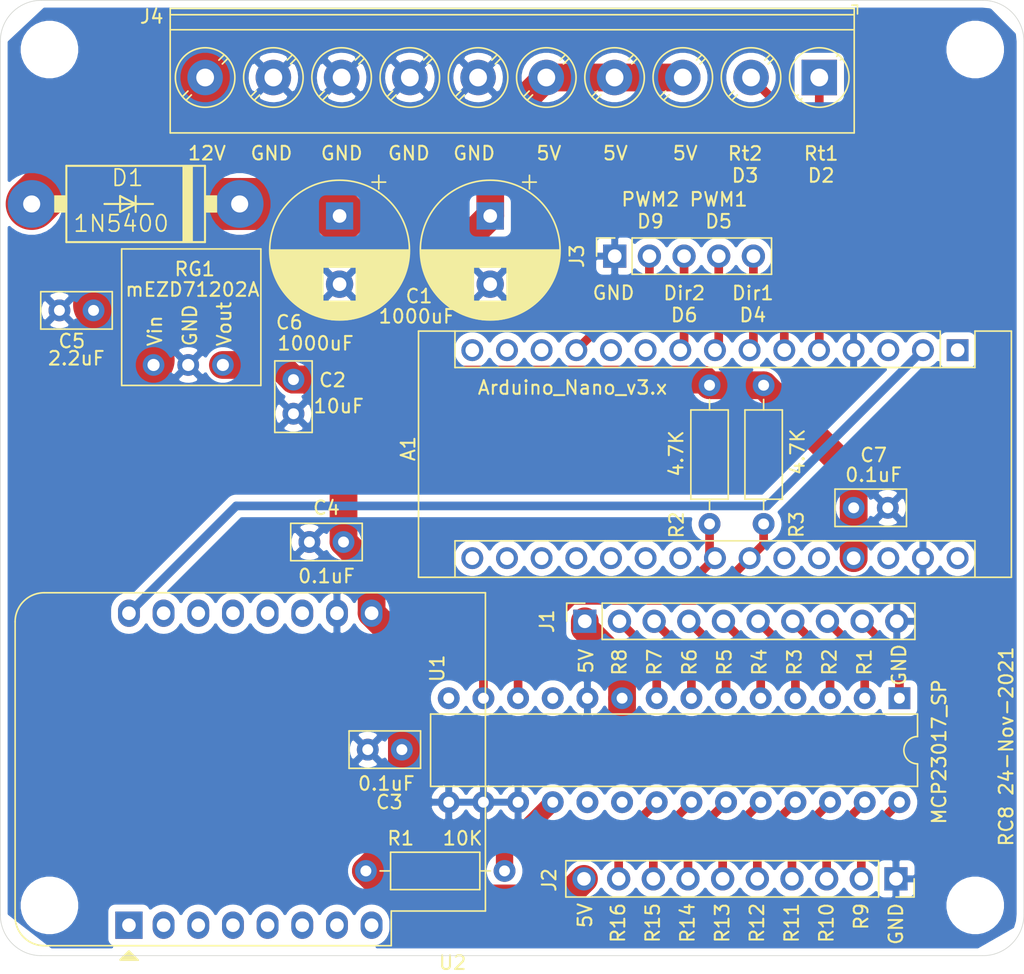
<source format=kicad_pcb>
(kicad_pcb (version 20171130) (host pcbnew "(5.1.10)-1")
  (layers (0 F.Cu signal) (31 B.Cu signal) (34 B.Paste user) (35 F.Paste user) (36 B.SilkS user) (37 F.SilkS user) (38 B.Mask user) (39 F.Mask user) (44 Edge.Cuts user))
  (net 0 "")
  (net 1 "Net-(A1-Pad16)")
  (net 2 "Net-(A1-Pad15)")
  (net 3 "Net-(A1-Pad30)")
  (net 4 "Net-(A1-Pad14)")
  (net 5 GND)
  (net 6 "Net-(A1-Pad13)")
  (net 7 "Net-(A1-Pad28)")
  (net 8 "Net-(A1-Pad12)")
  (net 9 "Net-(A1-Pad27)")
  (net 10 "Net-(A1-Pad11)")
  (net 11 "Net-(A1-Pad26)")
  (net 12 "Net-(A1-Pad10)")
  (net 13 "Net-(A1-Pad25)")
  (net 14 "Net-(A1-Pad9)")
  (net 15 "Net-(A1-Pad24)")
  (net 16 "Net-(A1-Pad8)")
  (net 17 "Net-(A1-Pad23)")
  (net 18 "Net-(A1-Pad7)")
  (net 19 "Net-(A1-Pad22)")
  (net 20 "Net-(A1-Pad6)")
  (net 21 "Net-(A1-Pad21)")
  (net 22 "Net-(A1-Pad5)")
  (net 23 "Net-(A1-Pad20)")
  (net 24 "Net-(A1-Pad19)")
  (net 25 "Net-(A1-Pad3)")
  (net 26 "Net-(A1-Pad18)")
  (net 27 "Net-(A1-Pad2)")
  (net 28 "Net-(A1-Pad17)")
  (net 29 "Net-(A1-Pad1)")
  (net 30 "Net-(J1-Pad4)")
  (net 31 "Net-(J1-Pad3)")
  (net 32 "Net-(J1-Pad2)")
  (net 33 "Net-(J2-Pad9)")
  (net 34 "Net-(J2-Pad8)")
  (net 35 "Net-(J2-Pad7)")
  (net 36 "Net-(J2-Pad6)")
  (net 37 "Net-(J2-Pad5)")
  (net 38 "Net-(J2-Pad4)")
  (net 39 "Net-(U2-Pad14)")
  (net 40 "Net-(U2-Pad11)")
  (net 41 "Net-(J2-Pad3)")
  (net 42 "Net-(J2-Pad2)")
  (net 43 "Net-(J1-Pad9)")
  (net 44 "Net-(J1-Pad8)")
  (net 45 "Net-(J1-Pad7)")
  (net 46 "Net-(J1-Pad6)")
  (net 47 "Net-(J1-Pad5)")
  (net 48 "Net-(R1-Pad2)")
  (net 49 "Net-(U1-Pad14)")
  (net 50 "Net-(U1-Pad11)")
  (net 51 "Net-(U1-Pad20)")
  (net 52 "Net-(U1-Pad19)")
  (net 53 "Net-(D1-PadA)")
  (net 54 "Net-(C5-Pad1)")
  (net 55 "Net-(U2-Pad13)")
  (net 56 "Net-(U2-Pad12)")
  (net 57 "Net-(U2-Pad8)")
  (net 58 "Net-(U2-Pad7)")
  (net 59 "Net-(U2-Pad6)")
  (net 60 "Net-(U2-Pad5)")
  (net 61 "Net-(U2-Pad4)")
  (net 62 "Net-(U2-Pad3)")
  (net 63 "Net-(U2-Pad1)")
  (net 64 "Net-(U2-Pad2)")
  (net 65 "Net-(U2-Pad15)")
  (module TerminalBlock_Phoenix:TerminalBlock_Phoenix_PT-1,5-10-5.0-H_1x10_P5.00mm_Horizontal (layer F.Cu) (at 110.00574 45.65418 180)
    (fp_text reference J4 (at 48.91532 4.46532) (layer F.SilkS))
    (fp_text value Screw_Terminal_01x10)
    (pad 10 thru_hole circle (at 45 0 180) (size 2.6 2.6) (drill 1.3) (layers *.Cu *.Mask) (net 53 "Net-(D1-PadA)"))
    (pad 9 thru_hole circle (at 40 0 180) (size 2.6 2.6) (drill 1.3) (layers *.Cu *.Mask) (net 5 GND))
    (pad 8 thru_hole circle (at 35 0 180) (size 2.6 2.6) (drill 1.3) (layers *.Cu *.Mask) (net 5 GND))
    (pad 7 thru_hole circle (at 30 0 180) (size 2.6 2.6) (drill 1.3) (layers *.Cu *.Mask) (net 5 GND))
    (pad 6 thru_hole circle (at 25 0 180) (size 2.6 2.6) (drill 1.3) (layers *.Cu *.Mask) (net 5 GND))
    (pad 5 thru_hole circle (at 20 0 180) (size 2.6 2.6) (drill 1.3) (layers *.Cu *.Mask) (net 9 "Net-(A1-Pad27)"))
    (pad 4 thru_hole circle (at 15 0 180) (size 2.6 2.6) (drill 1.3) (layers *.Cu *.Mask) (net 9 "Net-(A1-Pad27)"))
    (pad 3 thru_hole circle (at 10 0 180) (size 2.6 2.6) (drill 1.3) (layers *.Cu *.Mask) (net 9 "Net-(A1-Pad27)"))
    (pad 2 thru_hole circle (at 5 0 180) (size 2.6 2.6) (drill 1.3) (layers *.Cu *.Mask) (net 20 "Net-(A1-Pad6)"))
    (pad 1 thru_hole rect (at 0 0 180) (size 2.6 2.6) (drill 1.3) (layers *.Cu *.Mask) (net 22 "Net-(A1-Pad5)"))
  )
  (module Connector_PinSocket_2.54mm:PinSocket_1x05_P2.54mm_Vertical (layer F.Cu) (at 95.01886 58.74258 90)
    (fp_text reference J3 (at 0 -2.77 90) (layer F.SilkS))
    (fp_text value "Motor Control")
    (pad 5 thru_hole oval (at 0 10.16 90) (size 1.7 1.7) (drill 1) (layers *.Cu *.Mask) (net 18 "Net-(A1-Pad7)"))
    (pad 4 thru_hole oval (at 0 7.62 90) (size 1.7 1.7) (drill 1) (layers *.Cu *.Mask) (net 16 "Net-(A1-Pad8)"))
    (pad 3 thru_hole oval (at 0 5.08 90) (size 1.7 1.7) (drill 1) (layers *.Cu *.Mask) (net 14 "Net-(A1-Pad9)"))
    (pad 2 thru_hole oval (at 0 2.54 90) (size 1.7 1.7) (drill 1) (layers *.Cu *.Mask) (net 8 "Net-(A1-Pad12)"))
    (pad 1 thru_hole rect (at 0 0 90) (size 1.7 1.7) (drill 1) (layers *.Cu *.Mask) (net 5 GND))
  )
  (module Module:WEMOS_D1_mini_light (layer F.Cu) (at 59.4233 107.76712 90)
    (fp_text reference U2 (at -2.75336 23.71344 180) (layer F.SilkS))
    (fp_text value WeMos_D1_mini)
    (pad 16 thru_hole oval (at 22.86 0 90) (size 2 1.6) (drill 1) (layers *.Cu *.Mask) (net 27 "Net-(A1-Pad2)"))
    (pad 15 thru_hole oval (at 22.86 2.54 90) (size 2 1.6) (drill 1) (layers *.Cu *.Mask) (net 65 "Net-(U2-Pad15)"))
    (pad 14 thru_hole oval (at 22.86 5.08 90) (size 2 1.6) (drill 1) (layers *.Cu *.Mask) (net 39 "Net-(U2-Pad14)"))
    (pad 13 thru_hole oval (at 22.86 7.62 90) (size 2 1.6) (drill 1) (layers *.Cu *.Mask) (net 55 "Net-(U2-Pad13)"))
    (pad 12 thru_hole oval (at 22.86 10.16 90) (size 2 1.6) (drill 1) (layers *.Cu *.Mask) (net 56 "Net-(U2-Pad12)"))
    (pad 11 thru_hole oval (at 22.86 12.7 90) (size 2 1.6) (drill 1) (layers *.Cu *.Mask) (net 40 "Net-(U2-Pad11)"))
    (pad 10 thru_hole oval (at 22.86 15.24 90) (size 2 1.6) (drill 1) (layers *.Cu *.Mask) (net 5 GND))
    (pad 9 thru_hole oval (at 22.86 17.78 90) (size 2 1.6) (drill 1) (layers *.Cu *.Mask) (net 9 "Net-(A1-Pad27)"))
    (pad 8 thru_hole oval (at 0 17.78 90) (size 2 1.6) (drill 1) (layers *.Cu *.Mask) (net 57 "Net-(U2-Pad8)"))
    (pad 7 thru_hole oval (at 0 15.24 90) (size 2 1.6) (drill 1) (layers *.Cu *.Mask) (net 58 "Net-(U2-Pad7)"))
    (pad 6 thru_hole oval (at 0 12.7 90) (size 2 1.6) (drill 1) (layers *.Cu *.Mask) (net 59 "Net-(U2-Pad6)"))
    (pad 5 thru_hole oval (at 0 10.16 90) (size 2 1.6) (drill 1) (layers *.Cu *.Mask) (net 60 "Net-(U2-Pad5)"))
    (pad 4 thru_hole oval (at 0 7.62 90) (size 2 1.6) (drill 1) (layers *.Cu *.Mask) (net 61 "Net-(U2-Pad4)"))
    (pad 3 thru_hole oval (at 0 5.08 90) (size 2 1.6) (drill 1) (layers *.Cu *.Mask) (net 62 "Net-(U2-Pad3)"))
    (pad 1 thru_hole rect (at 0 0 90) (size 2 2) (drill 1) (layers *.Cu *.Mask) (net 63 "Net-(U2-Pad1)"))
    (pad 2 thru_hole oval (at 0 2.54 90) (size 2 1.6) (drill 1) (layers *.Cu *.Mask) (net 64 "Net-(U2-Pad2)"))
  )
  (module Capacitor_THT:C_Disc_D5.0mm_W2.5mm_P2.50mm (layer F.Cu) (at 72.64654 79.68996)
    (fp_text reference C4 (at 1.25 -2.5) (layer F.SilkS))
    (fp_text value 0.1uF (at 1.25 2.5) (layer F.SilkS))
    (pad 2 thru_hole circle (at 2.5 0) (size 1.6 1.6) (drill 0.8) (layers *.Cu *.Mask) (net 9 "Net-(A1-Pad27)"))
    (pad 1 thru_hole circle (at 0 0) (size 1.6 1.6) (drill 0.8) (layers *.Cu *.Mask) (net 5 GND))
  )
  (module AAAlibrary:MountingHole_3.2mm_M3 (layer F.Cu) (at 121.43232 106.31678)
    (fp_text reference " " hide)
    (fp_text value " ")
    (pad 1 np_thru_hole circle (at 0 0) (size 3.2 3.2) (drill 3.2) (layers *.Cu *.Mask))
  )
  (module AAAlibrary:MountingHole_3.2mm_M3 (layer F.Cu) (at 121.43232 43.60418)
    (fp_text reference " " hide)
    (fp_text value " ")
    (pad 1 np_thru_hole circle (at 0 0) (size 3.2 3.2) (drill 3.2) (layers *.Cu *.Mask))
  )
  (module AAAlibrary:MountingHole_3.2mm_M3 (layer F.Cu) (at 53.59908 43.60418)
    (fp_text reference " " hide)
    (fp_text value " ")
    (pad 1 np_thru_hole circle (at 0 0) (size 3.2 3.2) (drill 3.2) (layers *.Cu *.Mask))
  )
  (module AAAlibrary:MountingHole_3.2mm_M3 (layer F.Cu) (at 53.59908 106.31678)
    (fp_text reference " " hide)
    (fp_text value " ")
    (pad 1 np_thru_hole circle (at 0 0) (size 3.2 3.2) (drill 3.2) (layers *.Cu *.Mask))
  )
  (module Connector_PinSocket_2.54mm:PinSocket_1x10_P2.54mm_Vertical (layer F.Cu) (at 92.82588 85.49894 90)
    (fp_text reference J1 (at 0 -2.77 90) (layer F.SilkS))
    (fp_text value Conn_01x10_Female)
    (pad 10 thru_hole oval (at 0 22.86 90) (size 1.7 1.7) (drill 1) (layers *.Cu *.Mask) (net 5 GND))
    (pad 9 thru_hole oval (at 0 20.32 90) (size 1.7 1.7) (drill 1) (layers *.Cu *.Mask) (net 43 "Net-(J1-Pad9)"))
    (pad 8 thru_hole oval (at 0 17.78 90) (size 1.7 1.7) (drill 1) (layers *.Cu *.Mask) (net 44 "Net-(J1-Pad8)"))
    (pad 7 thru_hole oval (at 0 15.24 90) (size 1.7 1.7) (drill 1) (layers *.Cu *.Mask) (net 45 "Net-(J1-Pad7)"))
    (pad 6 thru_hole oval (at 0 12.7 90) (size 1.7 1.7) (drill 1) (layers *.Cu *.Mask) (net 46 "Net-(J1-Pad6)"))
    (pad 5 thru_hole oval (at 0 10.16 90) (size 1.7 1.7) (drill 1) (layers *.Cu *.Mask) (net 47 "Net-(J1-Pad5)"))
    (pad 4 thru_hole oval (at 0 7.62 90) (size 1.7 1.7) (drill 1) (layers *.Cu *.Mask) (net 30 "Net-(J1-Pad4)"))
    (pad 3 thru_hole oval (at 0 5.08 90) (size 1.7 1.7) (drill 1) (layers *.Cu *.Mask) (net 31 "Net-(J1-Pad3)"))
    (pad 2 thru_hole oval (at 0 2.54 90) (size 1.7 1.7) (drill 1) (layers *.Cu *.Mask) (net 32 "Net-(J1-Pad2)"))
    (pad 1 thru_hole rect (at 0 0 90) (size 1.7 1.7) (drill 1) (layers *.Cu *.Mask) (net 9 "Net-(A1-Pad27)"))
  )
  (module Connector_PinSocket_2.54mm:PinSocket_1x10_P2.54mm_Vertical (layer F.Cu) (at 115.62588 104.37114 270)
    (fp_text reference J2 (at 0.08382 25.41016 90) (layer F.SilkS))
    (fp_text value Conn_01x10_Female)
    (pad 10 thru_hole oval (at 0 22.86 270) (size 1.7 1.7) (drill 1) (layers *.Cu *.Mask) (net 9 "Net-(A1-Pad27)"))
    (pad 9 thru_hole oval (at 0 20.32 270) (size 1.7 1.7) (drill 1) (layers *.Cu *.Mask) (net 33 "Net-(J2-Pad9)"))
    (pad 8 thru_hole oval (at 0 17.78 270) (size 1.7 1.7) (drill 1) (layers *.Cu *.Mask) (net 34 "Net-(J2-Pad8)"))
    (pad 7 thru_hole oval (at 0 15.24 270) (size 1.7 1.7) (drill 1) (layers *.Cu *.Mask) (net 35 "Net-(J2-Pad7)"))
    (pad 6 thru_hole oval (at 0 12.7 270) (size 1.7 1.7) (drill 1) (layers *.Cu *.Mask) (net 36 "Net-(J2-Pad6)"))
    (pad 5 thru_hole oval (at 0 10.16 270) (size 1.7 1.7) (drill 1) (layers *.Cu *.Mask) (net 37 "Net-(J2-Pad5)"))
    (pad 4 thru_hole oval (at 0 7.62 270) (size 1.7 1.7) (drill 1) (layers *.Cu *.Mask) (net 38 "Net-(J2-Pad4)"))
    (pad 3 thru_hole oval (at 0 5.08 270) (size 1.7 1.7) (drill 1) (layers *.Cu *.Mask) (net 41 "Net-(J2-Pad3)"))
    (pad 2 thru_hole oval (at 0 2.54 270) (size 1.7 1.7) (drill 1) (layers *.Cu *.Mask) (net 42 "Net-(J2-Pad2)"))
    (pad 1 thru_hole rect (at 0 0 270) (size 1.7 1.7) (drill 1) (layers *.Cu *.Mask) (net 5 GND))
  )
  (module Capacitor_THT:CP_Radial_D10.0mm_P5.00mm (layer F.Cu) (at 85.89518 55.79872 270)
    (fp_text reference C1 (at 5.87756 5.21716 180) (layer F.SilkS))
    (fp_text value 1000uF (at 7.36092 5.38226 180) (layer F.SilkS))
    (pad 2 thru_hole circle (at 5 0 270) (size 2 2) (drill 1) (layers *.Cu *.Mask) (net 5 GND))
    (pad 1 thru_hole rect (at 0 0 270) (size 2 2) (drill 1) (layers *.Cu *.Mask) (net 9 "Net-(A1-Pad27)"))
  )
  (module Package_DIP:DIP-28_W7.62mm (layer F.Cu) (at 115.87588 91.13504 270)
    (fp_text reference U1 (at -2.1844 33.8582 90) (layer F.SilkS))
    (fp_text value MCP23017_SP (at 3.92446 -2.91738 270) (layer F.SilkS))
    (pad 28 thru_hole oval (at 7.62 0 270) (size 1.6 1.6) (drill 0.8) (layers *.Cu *.Mask) (net 42 "Net-(J2-Pad2)"))
    (pad 14 thru_hole oval (at 0 33.02 270) (size 1.6 1.6) (drill 0.8) (layers *.Cu *.Mask) (net 49 "Net-(U1-Pad14)"))
    (pad 27 thru_hole oval (at 7.62 2.54 270) (size 1.6 1.6) (drill 0.8) (layers *.Cu *.Mask) (net 41 "Net-(J2-Pad3)"))
    (pad 13 thru_hole oval (at 0 30.48 270) (size 1.6 1.6) (drill 0.8) (layers *.Cu *.Mask) (net 17 "Net-(A1-Pad23)"))
    (pad 26 thru_hole oval (at 7.62 5.08 270) (size 1.6 1.6) (drill 0.8) (layers *.Cu *.Mask) (net 38 "Net-(J2-Pad4)"))
    (pad 12 thru_hole oval (at 0 27.94 270) (size 1.6 1.6) (drill 0.8) (layers *.Cu *.Mask) (net 15 "Net-(A1-Pad24)"))
    (pad 25 thru_hole oval (at 7.62 7.62 270) (size 1.6 1.6) (drill 0.8) (layers *.Cu *.Mask) (net 37 "Net-(J2-Pad5)"))
    (pad 11 thru_hole oval (at 0 25.4 270) (size 1.6 1.6) (drill 0.8) (layers *.Cu *.Mask) (net 50 "Net-(U1-Pad11)"))
    (pad 24 thru_hole oval (at 7.62 10.16 270) (size 1.6 1.6) (drill 0.8) (layers *.Cu *.Mask) (net 36 "Net-(J2-Pad6)"))
    (pad 10 thru_hole oval (at 0 22.86 270) (size 1.6 1.6) (drill 0.8) (layers *.Cu *.Mask) (net 5 GND))
    (pad 23 thru_hole oval (at 7.62 12.7 270) (size 1.6 1.6) (drill 0.8) (layers *.Cu *.Mask) (net 35 "Net-(J2-Pad7)"))
    (pad 9 thru_hole oval (at 0 20.32 270) (size 1.6 1.6) (drill 0.8) (layers *.Cu *.Mask) (net 9 "Net-(A1-Pad27)"))
    (pad 22 thru_hole oval (at 7.62 15.24 270) (size 1.6 1.6) (drill 0.8) (layers *.Cu *.Mask) (net 34 "Net-(J2-Pad8)"))
    (pad 8 thru_hole oval (at 0 17.78 270) (size 1.6 1.6) (drill 0.8) (layers *.Cu *.Mask) (net 32 "Net-(J1-Pad2)"))
    (pad 21 thru_hole oval (at 7.62 17.78 270) (size 1.6 1.6) (drill 0.8) (layers *.Cu *.Mask) (net 33 "Net-(J2-Pad9)"))
    (pad 7 thru_hole oval (at 0 15.24 270) (size 1.6 1.6) (drill 0.8) (layers *.Cu *.Mask) (net 31 "Net-(J1-Pad3)"))
    (pad 20 thru_hole oval (at 7.62 20.32 270) (size 1.6 1.6) (drill 0.8) (layers *.Cu *.Mask) (net 51 "Net-(U1-Pad20)"))
    (pad 6 thru_hole oval (at 0 12.7 270) (size 1.6 1.6) (drill 0.8) (layers *.Cu *.Mask) (net 30 "Net-(J1-Pad4)"))
    (pad 19 thru_hole oval (at 7.62 22.86 270) (size 1.6 1.6) (drill 0.8) (layers *.Cu *.Mask) (net 52 "Net-(U1-Pad19)"))
    (pad 5 thru_hole oval (at 0 10.16 270) (size 1.6 1.6) (drill 0.8) (layers *.Cu *.Mask) (net 47 "Net-(J1-Pad5)"))
    (pad 18 thru_hole oval (at 7.62 25.4 270) (size 1.6 1.6) (drill 0.8) (layers *.Cu *.Mask) (net 48 "Net-(R1-Pad2)"))
    (pad 4 thru_hole oval (at 0 7.62 270) (size 1.6 1.6) (drill 0.8) (layers *.Cu *.Mask) (net 46 "Net-(J1-Pad6)"))
    (pad 17 thru_hole oval (at 7.62 27.94 270) (size 1.6 1.6) (drill 0.8) (layers *.Cu *.Mask) (net 5 GND))
    (pad 3 thru_hole oval (at 0 5.08 270) (size 1.6 1.6) (drill 0.8) (layers *.Cu *.Mask) (net 45 "Net-(J1-Pad7)"))
    (pad 16 thru_hole oval (at 7.62 30.48 270) (size 1.6 1.6) (drill 0.8) (layers *.Cu *.Mask) (net 5 GND))
    (pad 2 thru_hole oval (at 0 2.54 270) (size 1.6 1.6) (drill 0.8) (layers *.Cu *.Mask) (net 44 "Net-(J1-Pad8)"))
    (pad 15 thru_hole oval (at 7.62 33.02 270) (size 1.6 1.6) (drill 0.8) (layers *.Cu *.Mask) (net 5 GND))
    (pad 1 thru_hole rect (at 0 0 270) (size 1.6 1.6) (drill 0.8) (layers *.Cu *.Mask) (net 43 "Net-(J1-Pad9)"))
  )
  (module aFootPrints:mEZD71202A (layer F.Cu) (at 58.8899 58.2168)
    (fp_text reference RG1 (at 5.35432 1.47828) (layer F.SilkS))
    (fp_text value mEZD71202A (at 5.18668 2.97688) (layer F.SilkS))
    (fp_text user Vin (at 2.4384 6 90) (layer F.SilkS))
    (fp_text user GND (at 5.0038 5.595238 90) (layer F.SilkS))
    (fp_text user Vout (at 7.5184 5.5 90) (layer F.SilkS))
    (pad 3 thru_hole circle (at 7.4168 8.5 90) (size 1.59 1.59) (drill 0.89) (layers *.Cu *.Mask) (net 9 "Net-(A1-Pad27)"))
    (pad 2 thru_hole circle (at 4.8768 8.5 90) (size 1.59 1.59) (drill 0.89) (layers *.Cu *.Mask) (net 5 GND))
    (pad 1 thru_hole circle (at 2.3368 8.5 90) (size 1.59 1.59) (drill 0.89) (layers *.Cu *.Mask) (net 54 "Net-(C5-Pad1)"))
  )
  (module Resistor_THT:R_Axial_DIN0207_L6.3mm_D2.5mm_P10.16mm_Horizontal (layer F.Cu) (at 101.96576 68.20408 270)
    (fp_text reference R2 (at 10.2362 2.413 90) (layer F.SilkS))
    (fp_text value 4.7K (at 5.0038 2.4384 90) (layer F.SilkS))
    (pad 2 thru_hole oval (at 10.16 0 270) (size 1.6 1.6) (drill 0.8) (layers *.Cu *.Mask) (net 17 "Net-(A1-Pad23)"))
    (pad 1 thru_hole circle (at 0 0 270) (size 1.6 1.6) (drill 0.8) (layers *.Cu *.Mask) (net 9 "Net-(A1-Pad27)"))
  )
  (module Resistor_THT:R_Axial_DIN0207_L6.3mm_D2.5mm_P10.16mm_Horizontal (layer F.Cu) (at 105.92816 68.20408 270)
    (fp_text reference R3 (at 10.2108 -2.413 90) (layer F.SilkS))
    (fp_text value 4.7K (at 4.8768 -2.4892 90) (layer F.SilkS))
    (pad 2 thru_hole oval (at 10.16 0 270) (size 1.6 1.6) (drill 0.8) (layers *.Cu *.Mask) (net 15 "Net-(A1-Pad24)"))
    (pad 1 thru_hole circle (at 0 0 270) (size 1.6 1.6) (drill 0.8) (layers *.Cu *.Mask) (net 9 "Net-(A1-Pad27)"))
  )
  (module Resistor_THT:R_Axial_DIN0207_L6.3mm_D2.5mm_P10.16mm_Horizontal (layer F.Cu) (at 76.7842 103.78948)
    (fp_text reference R1 (at 2.5527 -2.38506) (layer F.SilkS))
    (fp_text value 10K (at 7.09422 -2.38506) (layer F.SilkS))
    (pad 1 thru_hole circle (at 0 0) (size 1.6 1.6) (drill 0.8) (layers *.Cu *.Mask) (net 9 "Net-(A1-Pad27)"))
    (pad 2 thru_hole oval (at 10.16 0) (size 1.6 1.6) (drill 0.8) (layers *.Cu *.Mask) (net 48 "Net-(R1-Pad2)"))
  )
  (module aFootPrints:1N5400 (layer F.Cu) (at 59.91606 54.91988 180)
    (fp_text reference D1 (at -0.65786 1.20904) (layer F.SilkS) (effects (font (size 1.2065 1.2065) (thickness 0.127)) (justify right bottom)))
    (fp_text value 1N5400 (at -2.52476 -2.14376) (layer F.SilkS) (effects (font (size 1.2065 1.2065) (thickness 0.127)) (justify right bottom)))
    (pad C thru_hole circle (at -7.62 0 180) (size 3.5 3.5) (drill 1.25) (layers *.Cu *.Mask) (net 54 "Net-(C5-Pad1)"))
    (pad A thru_hole circle (at 7.62 0 180) (size 3.5 3.5) (drill 1.25) (layers *.Cu *.Mask) (net 53 "Net-(D1-PadA)"))
  )
  (module Capacitor_THT:C_Disc_D5.0mm_W2.5mm_P2.50mm (layer F.Cu) (at 115.02644 77.18298 180)
    (fp_text reference C7 (at 1.0414 3.8608) (layer F.SilkS))
    (fp_text value 0.1uF (at 1.0414 2.413) (layer F.SilkS))
    (pad 2 thru_hole circle (at 2.5 0 180) (size 1.6 1.6) (drill 0.8) (layers *.Cu *.Mask) (net 9 "Net-(A1-Pad27)"))
    (pad 1 thru_hole circle (at 0 0 180) (size 1.6 1.6) (drill 0.8) (layers *.Cu *.Mask) (net 5 GND))
  )
  (module Capacitor_THT:CP_Radial_D10.0mm_P5.00mm (layer F.Cu) (at 74.85634 55.79872 270)
    (fp_text reference C6 (at 7.80034 3.68046 180) (layer F.SilkS))
    (fp_text value 1000uF (at 9.33958 1.75768 180) (layer F.SilkS))
    (pad 2 thru_hole circle (at 5 0 270) (size 2 2) (drill 1) (layers *.Cu *.Mask) (net 5 GND))
    (pad 1 thru_hole rect (at 0 0 270) (size 2 2) (drill 1) (layers *.Cu *.Mask) (net 54 "Net-(C5-Pad1)"))
  )
  (module Capacitor_THT:C_Disc_D5.0mm_W2.5mm_P2.50mm (layer F.Cu) (at 56.82996 62.71768 180)
    (fp_text reference C5 (at 1.59258 -2.25298) (layer F.SilkS))
    (fp_text value 2.2uF (at 1.26492 -3.51536) (layer F.SilkS))
    (pad 2 thru_hole circle (at 2.5 0 180) (size 1.6 1.6) (drill 0.8) (layers *.Cu *.Mask) (net 5 GND))
    (pad 1 thru_hole circle (at 0 0 180) (size 1.6 1.6) (drill 0.8) (layers *.Cu *.Mask) (net 54 "Net-(C5-Pad1)"))
  )
  (module Capacitor_THT:C_Disc_D5.0mm_W2.5mm_P2.50mm (layer F.Cu) (at 76.92136 94.90202)
    (fp_text reference C3 (at 1.58496 3.8481) (layer F.SilkS))
    (fp_text value 0.1uF (at 1.3589 2.4892) (layer F.SilkS))
    (pad 2 thru_hole circle (at 2.5 0) (size 1.6 1.6) (drill 0.8) (layers *.Cu *.Mask) (net 9 "Net-(A1-Pad27)"))
    (pad 1 thru_hole circle (at 0 0) (size 1.6 1.6) (drill 0.8) (layers *.Cu *.Mask) (net 5 GND))
  )
  (module Capacitor_THT:C_Disc_D5.0mm_W2.5mm_P2.50mm (layer F.Cu) (at 71.47814 67.79006 270)
    (fp_text reference C2 (at 0.0381 -2.86004 180) (layer F.SilkS))
    (fp_text value 10uF (at 1.94564 -3.31724 180) (layer F.SilkS))
    (pad 2 thru_hole circle (at 2.5 0 270) (size 1.6 1.6) (drill 0.8) (layers *.Cu *.Mask) (net 5 GND))
    (pad 1 thru_hole circle (at 0 0 270) (size 1.6 1.6) (drill 0.8) (layers *.Cu *.Mask) (net 9 "Net-(A1-Pad27)"))
  )
  (module Module:Arduino_Nano (layer F.Cu) (at 120.142 65.6336 270)
    (fp_text reference A1 (at 7.2136 40.259 90) (layer F.SilkS))
    (fp_text value Arduino_Nano_v3.x (at 2.7432 28.2194) (layer F.SilkS))
    (pad 16 thru_hole oval (at 15.24 35.56 270) (size 1.6 1.6) (drill 1) (layers *.Cu *.Mask) (net 1 "Net-(A1-Pad16)"))
    (pad 15 thru_hole oval (at 0 35.56 270) (size 1.6 1.6) (drill 1) (layers *.Cu *.Mask) (net 2 "Net-(A1-Pad15)"))
    (pad 30 thru_hole oval (at 15.24 0 270) (size 1.6 1.6) (drill 1) (layers *.Cu *.Mask) (net 3 "Net-(A1-Pad30)"))
    (pad 14 thru_hole oval (at 0 33.02 270) (size 1.6 1.6) (drill 1) (layers *.Cu *.Mask) (net 4 "Net-(A1-Pad14)"))
    (pad 29 thru_hole oval (at 15.24 2.54 270) (size 1.6 1.6) (drill 1) (layers *.Cu *.Mask) (net 5 GND))
    (pad 13 thru_hole oval (at 0 30.48 270) (size 1.6 1.6) (drill 1) (layers *.Cu *.Mask) (net 6 "Net-(A1-Pad13)"))
    (pad 28 thru_hole oval (at 15.24 5.08 270) (size 1.6 1.6) (drill 1) (layers *.Cu *.Mask) (net 7 "Net-(A1-Pad28)"))
    (pad 12 thru_hole oval (at 0 27.94 270) (size 1.6 1.6) (drill 1) (layers *.Cu *.Mask) (net 8 "Net-(A1-Pad12)"))
    (pad 27 thru_hole oval (at 15.24 7.62 270) (size 1.6 1.6) (drill 1) (layers *.Cu *.Mask) (net 9 "Net-(A1-Pad27)"))
    (pad 11 thru_hole oval (at 0 25.4 270) (size 1.6 1.6) (drill 1) (layers *.Cu *.Mask) (net 10 "Net-(A1-Pad11)"))
    (pad 26 thru_hole oval (at 15.24 10.16 270) (size 1.6 1.6) (drill 1) (layers *.Cu *.Mask) (net 11 "Net-(A1-Pad26)"))
    (pad 10 thru_hole oval (at 0 22.86 270) (size 1.6 1.6) (drill 1) (layers *.Cu *.Mask) (net 12 "Net-(A1-Pad10)"))
    (pad 25 thru_hole oval (at 15.24 12.7 270) (size 1.6 1.6) (drill 1) (layers *.Cu *.Mask) (net 13 "Net-(A1-Pad25)"))
    (pad 9 thru_hole oval (at 0 20.32 270) (size 1.6 1.6) (drill 1) (layers *.Cu *.Mask) (net 14 "Net-(A1-Pad9)"))
    (pad 24 thru_hole oval (at 15.24 15.24 270) (size 1.6 1.6) (drill 1) (layers *.Cu *.Mask) (net 15 "Net-(A1-Pad24)"))
    (pad 8 thru_hole oval (at 0 17.78 270) (size 1.6 1.6) (drill 1) (layers *.Cu *.Mask) (net 16 "Net-(A1-Pad8)"))
    (pad 23 thru_hole oval (at 15.24 17.78 270) (size 1.6 1.6) (drill 1) (layers *.Cu *.Mask) (net 17 "Net-(A1-Pad23)"))
    (pad 7 thru_hole oval (at 0 15.24 270) (size 1.6 1.6) (drill 1) (layers *.Cu *.Mask) (net 18 "Net-(A1-Pad7)"))
    (pad 22 thru_hole oval (at 15.24 20.32 270) (size 1.6 1.6) (drill 1) (layers *.Cu *.Mask) (net 19 "Net-(A1-Pad22)"))
    (pad 6 thru_hole oval (at 0 12.7 270) (size 1.6 1.6) (drill 1) (layers *.Cu *.Mask) (net 20 "Net-(A1-Pad6)"))
    (pad 21 thru_hole oval (at 15.24 22.86 270) (size 1.6 1.6) (drill 1) (layers *.Cu *.Mask) (net 21 "Net-(A1-Pad21)"))
    (pad 5 thru_hole oval (at 0 10.16 270) (size 1.6 1.6) (drill 1) (layers *.Cu *.Mask) (net 22 "Net-(A1-Pad5)"))
    (pad 20 thru_hole oval (at 15.24 25.4 270) (size 1.6 1.6) (drill 1) (layers *.Cu *.Mask) (net 23 "Net-(A1-Pad20)"))
    (pad 4 thru_hole oval (at 0 7.62 270) (size 1.6 1.6) (drill 1) (layers *.Cu *.Mask) (net 5 GND))
    (pad 19 thru_hole oval (at 15.24 27.94 270) (size 1.6 1.6) (drill 1) (layers *.Cu *.Mask) (net 24 "Net-(A1-Pad19)"))
    (pad 3 thru_hole oval (at 0 5.08 270) (size 1.6 1.6) (drill 1) (layers *.Cu *.Mask) (net 25 "Net-(A1-Pad3)"))
    (pad 18 thru_hole oval (at 15.24 30.48 270) (size 1.6 1.6) (drill 1) (layers *.Cu *.Mask) (net 26 "Net-(A1-Pad18)"))
    (pad 2 thru_hole oval (at 0 2.54 270) (size 1.6 1.6) (drill 1) (layers *.Cu *.Mask) (net 27 "Net-(A1-Pad2)"))
    (pad 17 thru_hole oval (at 15.24 33.02 270) (size 1.6 1.6) (drill 1) (layers *.Cu *.Mask) (net 28 "Net-(A1-Pad17)"))
    (pad 1 thru_hole rect (at 0 0 270) (size 1.6 1.6) (drill 1) (layers *.Cu *.Mask) (net 29 "Net-(A1-Pad1)"))
  )
  (gr_text GND (at 94.92996 61.43294) (layer F.SilkS) (effects (font (size 1 1))))
  (gr_text 12V (at 65.1383 51.2064) (layer F.SilkS) (effects (font (size 1 1))))
  (gr_text GND (at 69.86524 51.2064) (layer F.SilkS) (effects (font (size 1 1))))
  (gr_text GND (at 75.01636 51.2064) (layer F.SilkS) (effects (font (size 1 1))))
  (gr_text GND (at 79.93634 51.2064) (layer F.SilkS) (effects (font (size 1 1))))
  (gr_text GND (at 84.71662 51.2064) (layer F.SilkS) (effects (font (size 1 1))))
  (gr_text 5V (at 100.18268 51.2064) (layer F.SilkS) (effects (font (size 1 1))))
  (gr_text 5V (at 95.06458 51.2064) (layer F.SilkS) (effects (font (size 1 1))))
  (gr_text 5V (at 90.19286 51.2064) (layer F.SilkS) (effects (font (size 1 1))))
  (gr_text "PWM2\nD9" (at 97.63252 55.39232) (layer F.SilkS) (effects (font (size 1 1))))
  (gr_text "Dir2\nD6" (at 100.11156 62.25794) (layer F.SilkS) (effects (font (size 1 1))))
  (gr_text "PWM1\nD5" (at 102.6287 55.39232) (layer F.SilkS) (effects (font (size 1 1))))
  (gr_text "Dir1\nD4" (at 105.13568 62.25794) (layer F.SilkS) (effects (font (size 1 1))))
  (gr_text "Rt2\nD3" (at 104.5718 52.0314) (layer F.SilkS) (effects (font (size 1 1))))
  (gr_text "Rt1\nD2" (at 110.14202 52.0314) (layer F.SilkS) (effects (font (size 1 1))))
  (gr_text GND (at 115.85194 88.69934 90) (layer F.SilkS) (effects (font (size 1 1))))
  (gr_text 5V (at 92.9259 88.417091 90) (layer F.SilkS) (effects (font (size 1 1))))
  (gr_text R8 (at 95.36684 88.48852 90) (layer F.SilkS) (effects (font (size 1 1))))
  (gr_text R7 (at 97.931514 88.48852 90) (layer F.SilkS) (effects (font (size 1 1))))
  (gr_text R6 (at 100.496188 88.48852 90) (layer F.SilkS) (effects (font (size 1 1))))
  (gr_text R5 (at 103.060862 88.48852 90) (layer F.SilkS) (effects (font (size 1 1))))
  (gr_text R4 (at 105.625536 88.48852 90) (layer F.SilkS) (effects (font (size 1 1))))
  (gr_text R3 (at 108.19021 88.48852 90) (layer F.SilkS) (effects (font (size 1 1))))
  (gr_text R2 (at 110.754884 88.48852 90) (layer F.SilkS) (effects (font (size 1 1))))
  (gr_text R1 (at 113.31956 88.48852 90) (layer F.SilkS) (effects (font (size 1 1))))
  (gr_text R15 (at 97.806368 107.601712 90) (layer F.SilkS) (effects (font (size 1 1))))
  (gr_text R16 (at 95.260724 107.601712 90) (layer F.SilkS) (effects (font (size 1 1))))
  (gr_text R13 (at 102.897656 107.601712 90) (layer F.SilkS) (effects (font (size 1 1))))
  (gr_text R12 (at 105.4433 107.601712 90) (layer F.SilkS) (effects (font (size 1 1))))
  (gr_text R9 (at 113.080232 107.125522 90) (layer F.SilkS) (effects (font (size 1 1))))
  (gr_text R11 (at 107.988944 107.601712 90) (layer F.SilkS) (effects (font (size 1 1))))
  (gr_text R14 (at 100.352012 107.601712 90) (layer F.SilkS) (effects (font (size 1 1))))
  (gr_text R10 (at 110.534588 107.601712 90) (layer F.SilkS) (effects (font (size 1 1))))
  (gr_text GND (at 115.62334 107.673141 90) (layer F.SilkS) (effects (font (size 1 1))))
  (gr_text 5V (at 92.84462 107.054093 90) (layer F.SilkS) (effects (font (size 1 1))))
  (gr_text "RC8 24-Nov-2021" (at 123.70562 94.67088 90) (layer F.SilkS) (effects (font (size 1 1))))
  (gr_arc (start 122 43) (end 122 40) (angle 90) (layer Edge.Cuts) (width 0.05))
  (gr_line (start 125 43) (end 125 107) (layer Edge.Cuts) (width 0.05))
  (gr_arc (start 122 107) (end 125 107) (angle 90) (layer Edge.Cuts) (width 0.05))
  (gr_arc (start 53 107) (end 53 110) (angle 90) (layer Edge.Cuts) (width 0.05))
  (gr_line (start 53 110) (end 122 110) (layer Edge.Cuts) (width 0.05))
  (gr_arc (start 53 43) (end 50 43) (angle 90) (layer Edge.Cuts) (width 0.05))
  (gr_line (start 50 43) (end 50 107) (layer Edge.Cuts) (width 0.05))
  (gr_line (start 53 40) (end 122 40) (layer Edge.Cuts) (width 0.05))
  (segment (start 97.55886 60.27674) (end 92.202 65.6336) (width 0.635) (layer F.Cu) (net 8))
  (segment (start 97.55886 58.74258) (end 97.55886 60.27674) (width 0.635) (layer F.Cu) (net 8))
  (segment (start 112.52644 80.86916) (end 112.522 80.8736) (width 2.032) (layer F.Cu) (net 9))
  (segment (start 112.52644 77.18298) (end 112.52644 80.86916) (width 2.032) (layer F.Cu) (net 9))
  (segment (start 112.52644 74.80236) (end 105.92816 68.20408) (width 2.032) (layer F.Cu) (net 9))
  (segment (start 112.52644 77.18298) (end 112.52644 74.80236) (width 2.032) (layer F.Cu) (net 9))
  (segment (start 105.92816 68.20408) (end 101.96576 68.20408) (width 2.032) (layer F.Cu) (net 9))
  (segment (start 77.2033 81.74672) (end 77.2033 84.90712) (width 2.032) (layer F.Cu) (net 9))
  (segment (start 75.14654 79.68996) (end 77.2033 81.74672) (width 2.032) (layer F.Cu) (net 9))
  (segment (start 85.89518 49.76474) (end 90.00574 45.65418) (width 2.032) (layer F.Cu) (net 9))
  (segment (start 85.89518 55.79872) (end 85.89518 49.76474) (width 2.032) (layer F.Cu) (net 9))
  (segment (start 90.00574 45.65418) (end 95.00574 45.65418) (width 2.032) (layer F.Cu) (net 9))
  (segment (start 95.00574 45.65418) (end 100.00574 45.65418) (width 2.032) (layer F.Cu) (net 9))
  (segment (start 95.55588 88.746622) (end 92.82588 86.016622) (width 2.032) (layer F.Cu) (net 9))
  (segment (start 92.82588 86.016622) (end 92.82588 85.49894) (width 2.032) (layer F.Cu) (net 9))
  (segment (start 95.55588 91.13504) (end 95.55588 88.746622) (width 2.032) (layer F.Cu) (net 9))
  (segment (start 70.40488 66.7168) (end 71.47814 67.79006) (width 2.032) (layer F.Cu) (net 9))
  (segment (start 66.3067 66.7168) (end 70.40488 66.7168) (width 2.032) (layer F.Cu) (net 9))
  (segment (start 73.90384 67.79006) (end 85.89518 55.79872) (width 2.032) (layer F.Cu) (net 9))
  (segment (start 71.47814 67.79006) (end 73.90384 67.79006) (width 2.032) (layer F.Cu) (net 9))
  (segment (start 101.55174 67.79006) (end 101.96576 68.20408) (width 2.032) (layer F.Cu) (net 9))
  (segment (start 71.47814 67.79006) (end 101.55174 67.79006) (width 2.032) (layer F.Cu) (net 9))
  (segment (start 72.60951 67.79006) (end 71.47814 67.79006) (width 2.032) (layer F.Cu) (net 9))
  (segment (start 75.14654 70.32709) (end 72.60951 67.79006) (width 2.032) (layer F.Cu) (net 9))
  (segment (start 75.14654 79.68996) (end 75.14654 70.32709) (width 2.032) (layer F.Cu) (net 9))
  (segment (start 78.800201 105.805481) (end 91.331539 105.805481) (width 2.032) (layer F.Cu) (net 9))
  (segment (start 76.7842 103.78948) (end 78.800201 105.805481) (width 2.032) (layer F.Cu) (net 9))
  (segment (start 91.331539 105.805481) (end 92.76588 104.37114) (width 2.032) (layer F.Cu) (net 9))
  (segment (start 79.42136 94.90202) (end 79.42136 101.15232) (width 2.032) (layer F.Cu) (net 9))
  (segment (start 79.42136 101.15232) (end 76.7842 103.78948) (width 2.032) (layer F.Cu) (net 9))
  (segment (start 77.2033 84.90712) (end 79.42136 87.12518) (width 2.032) (layer F.Cu) (net 9))
  (segment (start 79.42136 87.12518) (end 79.42136 94.90202) (width 2.032) (layer F.Cu) (net 9))
  (segment (start 95.55588 91.13504) (end 95.55588 94.15418) (width 2.032) (layer F.Cu) (net 9))
  (segment (start 95.55588 94.15418) (end 94.80804 94.90202) (width 2.032) (layer F.Cu) (net 9))
  (segment (start 79.42136 94.90202) (end 94.80804 94.90202) (width 2.032) (layer F.Cu) (net 9))
  (segment (start 100.09886 65.35674) (end 99.822 65.6336) (width 0.635) (layer F.Cu) (net 14))
  (segment (start 100.09886 58.74258) (end 100.09886 65.35674) (width 0.635) (layer F.Cu) (net 14))
  (segment (start 105.92816 79.84744) (end 104.902 80.8736) (width 0.635) (layer F.Cu) (net 15))
  (segment (start 105.92816 78.36408) (end 105.92816 79.84744) (width 0.635) (layer F.Cu) (net 15))
  (segment (start 101.810171 83.965429) (end 91.924273 83.965429) (width 0.635) (layer F.Cu) (net 15))
  (segment (start 87.93588 87.953822) (end 87.93588 91.13504) (width 0.635) (layer F.Cu) (net 15))
  (segment (start 91.924273 83.965429) (end 87.93588 87.953822) (width 0.635) (layer F.Cu) (net 15))
  (segment (start 104.902 80.8736) (end 101.810171 83.965429) (width 0.635) (layer F.Cu) (net 15))
  (segment (start 102.63886 65.35674) (end 102.362 65.6336) (width 0.635) (layer F.Cu) (net 16))
  (segment (start 102.63886 58.74258) (end 102.63886 65.35674) (width 0.635) (layer F.Cu) (net 16))
  (segment (start 101.96576 80.47736) (end 102.362 80.8736) (width 0.635) (layer F.Cu) (net 17))
  (segment (start 101.96576 78.36408) (end 101.96576 80.47736) (width 0.635) (layer F.Cu) (net 17))
  (segment (start 85.39588 89.116555) (end 85.39588 91.13504) (width 0.635) (layer F.Cu) (net 17))
  (segment (start 102.362 80.8736) (end 100.105182 83.130418) (width 0.635) (layer F.Cu) (net 17))
  (segment (start 91.382017 83.130418) (end 85.39588 89.116555) (width 0.635) (layer F.Cu) (net 17))
  (segment (start 100.105182 83.130418) (end 91.382017 83.130418) (width 0.635) (layer F.Cu) (net 17))
  (segment (start 105.17886 65.35674) (end 104.902 65.6336) (width 0.635) (layer F.Cu) (net 18))
  (segment (start 105.17886 58.74258) (end 105.17886 65.35674) (width 0.635) (layer F.Cu) (net 18))
  (segment (start 107.442 48.09044) (end 105.00574 45.65418) (width 0.635) (layer F.Cu) (net 20))
  (segment (start 107.442 65.6336) (end 107.442 48.09044) (width 0.635) (layer F.Cu) (net 20))
  (segment (start 110.00574 65.60986) (end 109.982 65.6336) (width 0.635) (layer F.Cu) (net 22))
  (segment (start 110.00574 45.65418) (end 110.00574 65.60986) (width 0.635) (layer F.Cu) (net 22))
  (segment (start 67.283841 77.046579) (end 106.189021 77.046579) (width 0.635) (layer B.Cu) (net 27))
  (segment (start 106.189021 77.046579) (end 117.602 65.6336) (width 0.635) (layer B.Cu) (net 27))
  (segment (start 59.4233 84.90712) (end 67.283841 77.046579) (width 0.635) (layer B.Cu) (net 27))
  (segment (start 103.17588 88.22894) (end 100.44588 85.49894) (width 0.635) (layer F.Cu) (net 30))
  (segment (start 103.17588 91.13504) (end 103.17588 88.22894) (width 0.635) (layer F.Cu) (net 30))
  (segment (start 100.63588 88.22894) (end 97.90588 85.49894) (width 0.635) (layer F.Cu) (net 31))
  (segment (start 100.63588 91.13504) (end 100.63588 88.22894) (width 0.635) (layer F.Cu) (net 31))
  (segment (start 98.09588 88.22894) (end 95.36588 85.49894) (width 0.635) (layer F.Cu) (net 32))
  (segment (start 98.09588 91.13504) (end 98.09588 88.22894) (width 0.635) (layer F.Cu) (net 32))
  (segment (start 95.30588 101.54504) (end 98.09588 98.75504) (width 0.635) (layer F.Cu) (net 33))
  (segment (start 95.30588 104.37114) (end 95.30588 101.54504) (width 0.635) (layer F.Cu) (net 33))
  (segment (start 97.84588 101.54504) (end 100.63588 98.75504) (width 0.635) (layer F.Cu) (net 34))
  (segment (start 97.84588 104.37114) (end 97.84588 101.54504) (width 0.635) (layer F.Cu) (net 34))
  (segment (start 100.38588 101.54504) (end 103.17588 98.75504) (width 0.635) (layer F.Cu) (net 35))
  (segment (start 100.38588 104.37114) (end 100.38588 101.54504) (width 0.635) (layer F.Cu) (net 35))
  (segment (start 102.92588 101.54504) (end 105.71588 98.75504) (width 0.635) (layer F.Cu) (net 36))
  (segment (start 102.92588 104.37114) (end 102.92588 101.54504) (width 0.635) (layer F.Cu) (net 36))
  (segment (start 105.46588 101.54504) (end 108.25588 98.75504) (width 0.635) (layer F.Cu) (net 37))
  (segment (start 105.46588 104.37114) (end 105.46588 101.54504) (width 0.635) (layer F.Cu) (net 37))
  (segment (start 108.00588 101.54504) (end 110.79588 98.75504) (width 0.635) (layer F.Cu) (net 38))
  (segment (start 108.00588 104.37114) (end 108.00588 101.54504) (width 0.635) (layer F.Cu) (net 38))
  (segment (start 110.54588 101.54504) (end 113.33588 98.75504) (width 0.635) (layer F.Cu) (net 41))
  (segment (start 110.54588 104.37114) (end 110.54588 101.54504) (width 0.635) (layer F.Cu) (net 41))
  (segment (start 113.08588 101.54504) (end 115.87588 98.75504) (width 0.635) (layer F.Cu) (net 42))
  (segment (start 113.08588 104.37114) (end 113.08588 101.54504) (width 0.635) (layer F.Cu) (net 42))
  (segment (start 115.87588 88.22894) (end 113.14588 85.49894) (width 0.635) (layer F.Cu) (net 43))
  (segment (start 115.87588 91.13504) (end 115.87588 88.22894) (width 0.635) (layer F.Cu) (net 43))
  (segment (start 113.33588 88.22894) (end 110.60588 85.49894) (width 0.635) (layer F.Cu) (net 44))
  (segment (start 113.33588 91.13504) (end 113.33588 88.22894) (width 0.635) (layer F.Cu) (net 44))
  (segment (start 110.79588 88.22894) (end 108.06588 85.49894) (width 0.635) (layer F.Cu) (net 45))
  (segment (start 110.79588 91.13504) (end 110.79588 88.22894) (width 0.635) (layer F.Cu) (net 45))
  (segment (start 108.25588 88.22894) (end 105.52588 85.49894) (width 0.635) (layer F.Cu) (net 46))
  (segment (start 108.25588 91.13504) (end 108.25588 88.22894) (width 0.635) (layer F.Cu) (net 46))
  (segment (start 105.71588 88.22894) (end 102.98588 85.49894) (width 0.635) (layer F.Cu) (net 47))
  (segment (start 105.71588 91.13504) (end 105.71588 88.22894) (width 0.635) (layer F.Cu) (net 47))
  (segment (start 86.9442 102.28672) (end 90.47588 98.75504) (width 1.27) (layer F.Cu) (net 48))
  (segment (start 86.9442 103.78948) (end 86.9442 102.28672) (width 1.27) (layer F.Cu) (net 48))
  (segment (start 61.56176 45.65418) (end 52.29606 54.91988) (width 3.81) (layer F.Cu) (net 53))
  (segment (start 65.00574 45.65418) (end 61.56176 45.65418) (width 3.81) (layer F.Cu) (net 53))
  (segment (start 73.9775 54.91988) (end 74.85634 55.79872) (width 3.81) (layer F.Cu) (net 54))
  (segment (start 67.53606 54.91988) (end 73.9775 54.91988) (width 3.81) (layer F.Cu) (net 54))
  (segment (start 67.53606 54.91988) (end 64.62776 54.91988) (width 3.81) (layer F.Cu) (net 54))
  (segment (start 58.6613 64.1514) (end 60.866699 66.356799) (width 3.81) (layer F.Cu) (net 54))
  (segment (start 58.6613 60.88634) (end 58.6613 64.1514) (width 3.81) (layer F.Cu) (net 54))
  (segment (start 64.62776 54.91988) (end 58.6613 60.88634) (width 3.81) (layer F.Cu) (net 54))
  (segment (start 58.6613 60.88634) (end 57.234961 62.312679) (width 3.81) (layer F.Cu) (net 54))
  (zone (net 5) (net_name GND) (layer B.Cu) (connect_pads (clearance 0.508)) (min_thickness 0.254) (fill yes (arc_segments 32) (thermal_gap 0.508) (thermal_bridge_width 0.508))
    (polygon (pts (xy 122.22734 40.24376) (xy 124.8283 42.86758) (xy 124.58192 107.7849) (xy 121.11482 109.7661) (xy 54.09438 109.74578) (xy 50.0507 106.60888) (xy 50.14468 43.38066) (xy 53.56606 40.17518)))
  )
)
</source>
